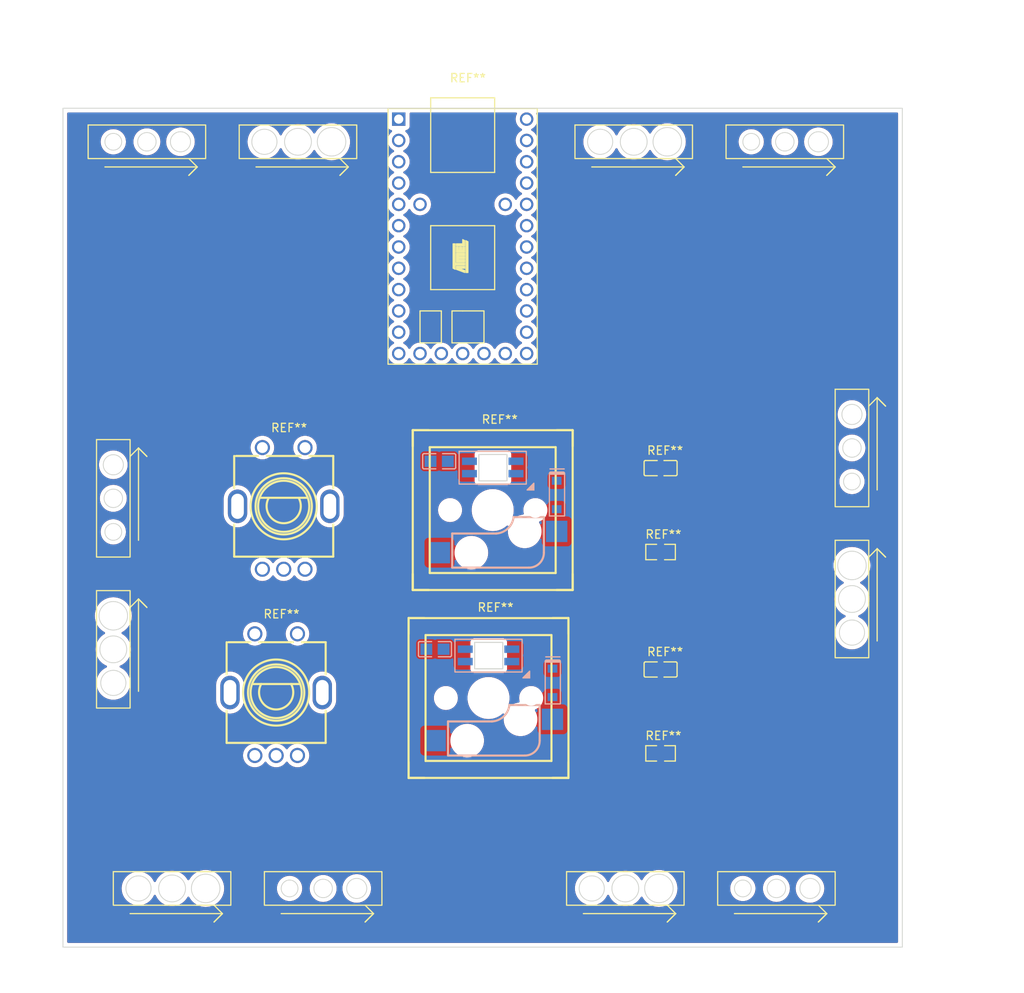
<source format=kicad_pcb>
(kicad_pcb (version 20211014) (generator pcbnew)
  (layers (0 "F.Cu" signal) (31 "B.Cu" signal) (34 "B.Paste" user) (35 "F.Paste" user) (36 "B.SilkS" user "B.Silkscreen") (37 "F.SilkS" user "F.Silkscreen") (38 "B.Mask" user) (39 "F.Mask" user) (44 "Edge.Cuts" user))
  (net 0 "")
  (footprint "kicad_lceda:C0805" (layer "F.Cu") (at 71.2 -33.1)
    (fp_text reference "REF**" (at -1.7 -2.1) (layer "F.SilkS") (effects (justify left)))
    (fp_text value "0805B104J500NT")
    (fp_line (start -1.811 -0.904) (end -0.401 -0.904) (layer "F.SilkS") (width 0.152))
    (fp_line (start 1.964 0.751) (end 1.964 -0.751) (layer "F.SilkS") (width 0.152))
    (fp_line (start 1.811 -0.904) (end 0.401 -0.904) (layer "F.SilkS") (width 0.152))
    (fp_line (start 0.401 0.904) (end 1.811 0.904) (layer "F.SilkS") (width 0.152))
    (fp_line (start -1.964 0.751) (end -1.964 -0.751) (layer "F.SilkS") (width 0.152))
    (fp_line (start -0.401 0.904) (end -1.811 0.904) (layer "F.SilkS") (width 0.152))
    (fp_arc (start 1.964 0.751) (mid 1.919187 0.859187) (end 1.811 0.904) (layer "F.SilkS") (width 0.152))
    (fp_arc (start 1.811 -0.904) (mid 1.919187 -0.859187) (end 1.964 -0.751) (layer "F.SilkS") (width 0.152))
    (fp_arc (start -1.811 0.904) (mid -1.919187 0.859187) (end -1.964 0.751) (layer "F.SilkS") (width 0.152))
    (fp_arc (start -1.964 -0.751) (mid -1.919187 -0.859187) (end -1.811 -0.904) (layer "F.SilkS") (width 0.152))
    (pad "1" smd rect (at -1.03 0) (size 1.41 1.35) (layers "F.Cu" "F.Paste" "F.Mask"))
    (pad "2" smd rect (at 1.03 0) (size 1.41 1.35) (layers "F.Cu" "F.Paste" "F.Mask"))
  )
  (footprint "kicad_lceda:SW-TH_EC11E15244G1" (layer "F.Cu") (at 25.4 -30.1)
    (fp_text reference "REF**" (at -1.6 -9.6) (layer "F.SilkS") (effects (justify left)))
    (fp_text value "EC11E15244G1")
    (fp_line (start -2.794 -1.266) (end 2.794 -1.266) (layer "F.SilkS") (width 0.254))
    (fp_line (start 5.9 1.922) (end 5.9 5.75) (layer "F.SilkS") (width 0.254))
    (fp_line (start -5.9 -2.422) (end -5.9 -6.25) (layer "F.SilkS") (width 0.254))
    (fp_line (start 5.9 -6.25) (end 5.9 -2.422) (layer "F.SilkS") (width 0.254))
    (fp_line (start 5.9 5.75) (end -5.9 5.75) (layer "F.SilkS") (width 0.254))
    (fp_line (start -5.9 5.75) (end -5.9 1.922) (layer "F.SilkS") (width 0.254))
    (fp_line (start -2.014 -6.25) (end 2.014 -6.25) (layer "F.SilkS") (width 0.254))
    (fp_line (start -5.69 -6.25) (end -3.066 -6.25) (layer "F.SilkS") (width 0.254))
    (fp_line (start 3.066 -6.25) (end 5.9 -6.25) (layer "F.SilkS") (width 0.254))
    (fp_arc (start 1.777972 -1.266049) (mid 0.000028 1.764987) (end -1.778 -1.266) (layer "F.SilkS") (width 0.254))
    (fp_circle (center 0 -0.25) (end 3.937 -0.25) (layer "F.SilkS") (width 0.254) (fill none))
    (fp_circle (center 0 -0.25) (end 3.048 -0.25) (layer "F.SilkS") (width 0.254) (fill none))
    (fp_circle (center 0 -0.25) (end 3.353 -0.25) (layer "F.SilkS") (width 0.254) (fill none))
    (pad "6" thru_hole oval (at 5.5 -0.25 90) (size 4 2.3) (drill oval 3 1.5) (layers *.Cu *.Mask))
    (pad "7" thru_hole oval (at -5.5 -0.25 90) (size 4 2.3) (drill oval 3 1.5) (layers *.Cu *.Mask))
    (pad "A" thru_hole circle (at -2.54 7.25) (size 1.8 1.8) (drill 1.3) (layers *.Cu *.Mask))
    (pad "B" thru_hole circle (at 2.54 7.25) (size 1.8 1.8) (drill 1.3) (layers *.Cu *.Mask))
    (pad "C" thru_hole circle (at 0 7.25) (size 1.8 1.8) (drill 1.3) (layers *.Cu *.Mask))
    (pad "D" thru_hole circle (at -2.54 -7.25) (size 1.8 1.8) (drill 1.3) (layers *.Cu *.Mask))
    (pad "E" thru_hole circle (at 2.54 -7.25) (size 1.8 1.8) (drill 1.3) (layers *.Cu *.Mask))
  )
  (footprint "kicad_lceda:R0805" (layer "F.Cu") (at 71.2 -23.1)
    (fp_text reference "REF**" (at -1.9 -2.1) (layer "F.SilkS") (effects (justify left)))
    (fp_text value "RC0805FR-0710KL")
    (fp_line (start 0.476 0.917) (end 1.761 0.917) (layer "F.SilkS") (width 0.152))
    (fp_line (start -0.476 0.917) (end -1.761 0.917) (layer "F.SilkS") (width 0.152))
    (fp_line (start -1.761 0.917) (end -1.761 -0.917) (layer "F.SilkS") (width 0.152))
    (fp_line (start -1.761 -0.917) (end -0.476 -0.917) (layer "F.SilkS") (width 0.152))
    (fp_line (start 1.761 0.917) (end 1.761 -0.917) (layer "F.SilkS") (width 0.152))
    (fp_line (start 1.761 -0.917) (end 0.476 -0.917) (layer "F.SilkS") (width 0.152))
    (pad "1" smd rect (at -0.966 0) (size 1.133 1.377) (layers "F.Cu" "F.Paste" "F.Mask"))
    (pad "2" smd rect (at 0.966 0) (size 1.133 1.377) (layers "F.Cu" "F.Paste" "F.Mask"))
  )
  (footprint "kicad_lceda:R0805" (layer "F.Cu") (at 71.2 -47.1)
    (fp_text reference "REF**" (at -1.9 -2.1) (layer "F.SilkS") (effects (justify left)))
    (fp_text value "RC0805FR-0710KL")
    (fp_line (start -1.761 0.917) (end -1.761 -0.917) (layer "F.SilkS") (width 0.152))
    (fp_line (start 0.476 0.917) (end 1.761 0.917) (layer "F.SilkS") (width 0.152))
    (fp_line (start 1.761 -0.917) (end 0.476 -0.917) (layer "F.SilkS") (width 0.152))
    (fp_line (start -0.476 0.917) (end -1.761 0.917) (layer "F.SilkS") (width 0.152))
    (fp_line (start -1.761 -0.917) (end -0.476 -0.917) (layer "F.SilkS") (width 0.152))
    (fp_line (start 1.761 0.917) (end 1.761 -0.917) (layer "F.SilkS") (width 0.152))
    (pad "1" smd rect (at -0.966 0) (size 1.133 1.377) (layers "F.Cu" "F.Paste" "F.Mask"))
    (pad "2" smd rect (at 0.966 0) (size 1.133 1.377) (layers "F.Cu" "F.Paste" "F.Mask"))
  )
  (footprint "kicad_lceda:TEENSY2.0(31pin)" (layer "F.Cu") (at 40 -98.7)
    (fp_text reference "REF**" (at 6 -4.9) (layer "F.SilkS") (effects (justify left)))
    (fp_text value "Teensy2.0")
    (fp_line (start 6.35 22.86) (end 6.35 26.67) (layer "F.SilkS") (width 0.15))
    (fp_line (start 11.43 12.7) (end 3.81 12.7) (layer "F.SilkS") (width 0.15))
    (fp_line (start 11.43 6.35) (end 3.81 6.35) (layer "F.SilkS") (width 0.15))
    (fp_line (start 11.43 -2.54) (end 11.43 6.35) (layer "F.SilkS") (width 0.15))
    (fp_line (start 5.08 26.67) (end 5.08 22.86) (layer "F.SilkS") (width 0.15))
    (fp_line (start 2.54 26.67) (end 5.08 26.67) (layer "F.SilkS") (width 0.15))
    (fp_line (start 16.51 29.21) (end -1.27 29.21) (layer "F.SilkS") (width 0.15))
    (fp_line (start 3.81 6.35) (end 3.81 -2.54) (layer "F.SilkS") (width 0.15))
    (fp_line (start 3.81 -2.54) (end 11.43 -2.54) (layer "F.SilkS") (width 0.15))
    (fp_line (start 6.35 26.67) (end 10.16 26.67) (layer "F.SilkS") (width 0.15))
    (fp_line (start -1.27 29.21) (end -1.27 -1.27) (layer "F.SilkS") (width 0.15))
    (fp_line (start 3.81 20.32) (end 11.43 20.32) (layer "F.SilkS") (width 0.15))
    (fp_line (start 11.43 20.32) (end 11.43 12.7) (layer "F.SilkS") (width 0.15))
    (fp_line (start 3.81 12.7) (end 3.81 20.32) (layer "F.SilkS") (width 0.15))
    (fp_line (start 5.08 22.86) (end 2.54 22.86) (layer "F.SilkS") (width 0.15))
    (fp_line (start -1.27 -1.27) (end 16.51 -1.27) (layer "F.SilkS") (width 0.15))
    (fp_line (start 16.51 -1.27) (end 16.51 29.21) (layer "F.SilkS") (width 0.15))
    (fp_line (start 2.54 22.86) (end 2.54 26.67) (layer "F.SilkS") (width 0.15))
    (fp_line (start 10.16 26.67) (end 10.16 22.86) (layer "F.SilkS") (width 0.15))
    (fp_line (start 10.16 22.86) (end 7.62 22.86) (layer "F.SilkS") (width 0.15))
    (fp_line (start 7.62 22.86) (end 6.35 22.86) (layer "F.SilkS") (width 0.15))
    (fp_poly (pts (xy 6.858 15.875) (xy 6.858 15.24) (xy 7.112 15.24) (xy 7.112 15.621) (xy 7.239 15.621) (xy 7.239 15.24) (xy 7.493 15.24) (xy 7.493 15.621) (xy 7.62 15.621) (xy 7.62 15.24) (xy 7.874 15.24) (xy 7.874 15.875)) (layer "F.SilkS") (width 0.12) (fill solid))
    (fp_poly (pts (xy 7.874 16.002) (xy 6.858 16.002) (xy 6.858 17.018) (xy 7.874 17.018) (xy 7.874 16.764) (xy 7.112 16.764) (xy 7.112 16.637) (xy 7.874 16.637) (xy 7.874 16.383) (xy 7.112 16.383) (xy 7.112 16.256) (xy 7.874 16.256)) (layer "F.SilkS") (width 0.12) (fill solid))
    (fp_poly (pts (xy 8.001 18.288) (xy 8.001 14.478) (xy 8.255 14.605) (xy 8.255 18.288)) (layer "F.SilkS") (width 0.12) (fill solid))
    (fp_poly (pts (xy 6.731 14.859) (xy 6.731 17.145) (xy 7.874 17.145) (xy 7.874 17.399) (xy 6.731 17.399) (xy 6.731 17.907) (xy 6.477 17.78) (xy 6.477 14.859)) (layer "F.SilkS") (width 0.12) (fill solid))
    (fp_poly (pts (xy 7.874 17.526) (xy 6.858 17.526) (xy 6.858 17.907) (xy 7.874 18.288) (xy 7.874 18.034) (xy 7.112 17.78) (xy 7.874 17.78)) (layer "F.SilkS") (width 0.12) (fill solid))
    (fp_poly (pts (xy 6.858 15.113) (xy 7.874 15.113) (xy 7.874 14.478) (xy 7.62 14.351) (xy 7.62 14.859) (xy 6.858 14.859)) (layer "F.SilkS") (width 0.12) (fill solid))
    (pad "1" thru_hole rect (at 0 0 270) (size 1.6 1.6) (drill oval 1.1) (layers *.Cu *.Mask))
    (pad "2" thru_hole circle (at 0 2.54 270) (size 1.6 1.6) (drill oval 1.1) (layers *.Cu *.Mask))
    (pad "3" thru_hole circle (at 0 5.08 270) (size 1.6 1.6) (drill oval 1.1) (layers *.Cu *.Mask))
    (pad "4" thru_hole circle (at 0 7.62 270) (size 1.6 1.6) (drill oval 1.1) (layers *.Cu *.Mask))
    (pad "5" thru_hole circle (at 0 10.16 270) (size 1.6 1.6) (drill oval 1.1) (layers *.Cu *.Mask))
    (pad "6" thru_hole circle (at 0 12.7 270) (size 1.6 1.6) (drill oval 1.1) (layers *.Cu *.Mask))
    (pad "7" thru_hole circle (at 0 15.24 270) (size 1.6 1.6) (drill oval 1.1) (layers *.Cu *.Mask))
    (pad "8" thru_hole circle (at 0 17.78 270) (size 1.6 1.6) (drill oval 1.1) (layers *.Cu *.Mask))
    (pad "9" thru_hole circle (at 0 20.32 270) (size 1.6 1.6) (drill oval 1.1) (layers *.Cu *.Mask))
    (pad "10" thru_hole circle (at 0 22.86 270) (size 1.6 1.6) (drill oval 1.1) (layers *.Cu *.Mask))
    (pad "11" thru_hole circle (at 0 25.4 270) (size 1.6 1.6) (drill oval 1.1) (layers *.Cu *.Mask))
    (pad "12" thru_hole circle (at 0 27.94 270) (size 1.6 1.6) (drill oval 1.1) (layers *.Cu *.Mask))
    (pad "13" thru_hole circle (at 2.54 27.94 270) (size 1.6 1.6) (drill oval 1.1) (layers *.Cu *.Mask))
    (pad "14" thru_hole circle (at 5.08 27.94 270) (size 1.6 1.6) (drill oval 1.1) (layers *.Cu *.Mask))
    (pad "15" thru_hole circle (at 7.62 27.94 270) (size 1.6 1.6) (drill oval 1.1) (layers *.Cu *.Mask))
    (pad "16" thru_hole circle (at 10.16 27.94 270) (size 1.6 1.6) (drill oval 1.1) (layers *.Cu *.Mask))
    (pad "17" thru_hole circle (at 12.7 27.94 270) (size 1.6 1.6) (drill oval 1.1) (layers *.Cu *.Mask))
    (pad "18" thru_hole circle (at 15.24 27.94 270) (size 1.6 1.6) (drill oval 1.1) (layers *.Cu *.Mask))
    (pad "19" thru_hole circle (at 15.24 25.4 270) (size 1.6 1.6) (drill oval 1.1) (layers *.Cu *.Mask))
    (pad "20" thru_hole circle (at 15.24 22.86 270) (size 1.6 1.6) (drill oval 1.1) (layers *.Cu *.Mask))
    (pad "21" thru_hole circle (at 15.24 20.32 270) (size 1.6 1.6) (drill oval 1.1) (layers *.Cu *.Mask))
    (pad "22" thru_hole circle (at 15.24 17.78 270) (size 1.6 1.6) (drill oval 1.1) (layers *.Cu *.Mask))
    (pad "23" thru_hole circle (at 15.24 15.24 270) (size 1.6 1.6) (drill oval 1.1) (layers *.Cu *.Mask))
    (pad "24" thru_hole circle (at 15.24 12.7 270) (size 1.6 1.6) (drill oval 1.1) (layers *.Cu *.Mask))
    (pad "25" thru_hole circle (at 15.24 10.16 270) (size 1.6 1.6) (drill oval 1.1) (layers *.Cu *.Mask))
    (pad "26" thru_hole circle (at 15.24 7.62 270) (size 1.6 1.6) (drill oval 1.1) (layers *.Cu *.Mask))
    (pad "27" thru_hole circle (at 15.24 5.08 270) (size 1.6 1.6) (drill oval 1.1) (layers *.Cu *.Mask))
    (pad "28" thru_hole circle (at 15.24 2.54 270) (size 1.6 1.6) (drill oval 1.1) (layers *.Cu *.Mask))
    (pad "29" thru_hole circle (at 15.24 0 270) (size 1.6 1.6) (drill oval 1.1) (layers *.Cu *.Mask))
    (pad "30" thru_hole circle (at 2.54 10.16 270) (size 1.6 1.6) (drill oval 1.1) (layers *.Cu *.Mask))
    (pad "31" thru_hole circle (at 12.7 10.16 270) (size 1.6 1.6) (drill oval 1.1) (layers *.Cu *.Mask))
  )
  (footprint "kicad_lceda:SW-TH_EC11E15244G1" (layer "F.Cu") (at 26.3 -52.3)
    (fp_text reference "REF**" (at -1.6 -9.6) (layer "F.SilkS") (effects (justify left)))
    (fp_text value "EC11E15244G1")
    (fp_line (start -5.69 -6.25) (end -3.066 -6.25) (layer "F.SilkS") (width 0.254))
    (fp_line (start -2.014 -6.25) (end 2.014 -6.25) (layer "F.SilkS") (width 0.254))
    (fp_line (start 5.9 5.75) (end -5.9 5.75) (layer "F.SilkS") (width 0.254))
    (fp_line (start -2.794 -1.266) (end 2.794 -1.266) (layer "F.SilkS") (width 0.254))
    (fp_line (start 5.9 1.922) (end 5.9 5.75) (layer "F.SilkS") (width 0.254))
    (fp_line (start 5.9 -6.25) (end 5.9 -2.422) (layer "F.SilkS") (width 0.254))
    (fp_line (start -5.9 5.75) (end -5.9 1.922) (layer "F.SilkS") (width 0.254))
    (fp_line (start -5.9 -2.422) (end -5.9 -6.25) (layer "F.SilkS") (width 0.254))
    (fp_line (start 3.066 -6.25) (end 5.9 -6.25) (layer "F.SilkS") (width 0.254))
    (fp_arc (start 1.777972 -1.266049) (mid 0.000028 1.764987) (end -1.778 -1.266) (layer "F.SilkS") (width 0.254))
    (fp_circle (center 0 -0.25) (end 3.048 -0.25) (layer "F.SilkS") (width 0.254) (fill none))
    (fp_circle (center 0 -0.25) (end 3.937 -0.25) (layer "F.SilkS") (width 0.254) (fill none))
    (fp_circle (center 0 -0.25) (end 3.353 -0.25) (layer "F.SilkS") (width 0.254) (fill none))
    (pad "6" thru_hole oval (at 5.5 -0.25 90) (size 4 2.3) (drill oval 3 1.5) (layers *.Cu *.Mask))
    (pad "7" thru_hole oval (at -5.5 -0.25 90) (size 4 2.3) (drill oval 3 1.5) (layers *.Cu *.Mask))
    (pad "A" thru_hole circle (at -2.54 7.25) (size 1.8 1.8) (drill 1.3) (layers *.Cu *.Mask))
    (pad "B" thru_hole circle (at 2.54 7.25) (size 1.8 1.8) (drill 1.3) (layers *.Cu *.Mask))
    (pad "C" thru_hole circle (at 0 7.25) (size 1.8 1.8) (drill 1.3) (layers *.Cu *.Mask))
    (pad "D" thru_hole circle (at -2.54 -7.25) (size 1.8 1.8) (drill 1.3) (layers *.Cu *.Mask))
    (pad "E" thru_hole circle (at 2.54 -7.25) (size 1.8 1.8) (drill 1.3) (layers *.Cu *.Mask))
  )
  (footprint "kicad_lceda:机械键盘全能缝合怪" (layer "F.Cu") (at 51.2 -52.1)
    (fp_text reference "REF**" (at -1.4 -10.8) (layer "F.SilkS") (effects (justify left)))
    (fp_text value "机械键盘轴座全能缝合怪")
    (fp_line (start -6.781 -4.915) (end -8.191 -4.915) (layer "B.SilkS") (width 0.152))
    (fp_line (start 4.318 6.858) (end -4.826 6.858) (layer "B.SilkS") (width 0.254))
    (fp_line (start 2.489 0.838) (end 6.096 0.838) (layer "B.SilkS") (width 0.254))
    (fp_line (start -8.344 -5.068) (end -8.344 -6.57) (layer "B.SilkS") (width 0.152))
    (fp_line (start 6.82 -4.903) (end 8.52 -4.903) (layer "B.SilkS") (width 0.152))
    (fp_line (start 6.096 0.838) (end 6.096 5.08) (layer "B.SilkS") (width 0.254))
    (fp_line (start 6.9 -4.403) (end 8.42 -4.403) (layer "B.SilkS") (width 0.4))
    (fp_line (start -4.826 2.794) (end 0.406 2.794) (layer "B.SilkS") (width 0.254))
    (fp_line (start -5.979 -4.915) (end -4.569 -4.915) (layer "B.SilkS") (width 0.152))
    (fp_line (start -4.569 -6.723) (end -5.979 -6.723) (layer "B.SilkS") (width 0.152))
    (fp_line (start -4.416 -5.068) (end -4.416 -6.57) (layer "B.SilkS") (width 0.152))
    (fp_line (start -8.191 -6.723) (end -6.781 -6.723) (layer "B.SilkS") (width 0.152))
    (fp_line (start -4.826 2.794) (end -4.826 6.858) (layer "B.SilkS") (width 0.254))
    (fp_rect (start 6.754 0.703) (end 8.562 -4.403) (layer "B.SilkS") (width 0.152) (fill none))
    (fp_rect (start -4 -7) (end 4 -3.1) (layer "B.SilkS") (width 0.152) (fill none))
    (fp_arc (start -4.569 -6.723) (mid -4.460813 -6.678187) (end -4.416 -6.57) (layer "B.SilkS") (width 0.152))
    (fp_arc (start 6.096 5.08) (mid 5.578362 6.339802) (end 4.318792 6.858004) (layer "B.SilkS") (width 0.254))
    (fp_arc (start -4.416 -5.068) (mid -4.460813 -4.959813) (end -4.569 -4.915) (layer "B.SilkS") (width 0.152))
    (fp_arc (start 2.489 0.838) (mid 1.804513 2.195515) (end 0.406527 2.793013) (layer "B.SilkS") (width 0.254))
    (fp_arc (start -8.191 -4.915) (mid -8.299187 -4.959813) (end -8.344 -5.068) (layer "B.SilkS") (width 0.152))
    (fp_arc (start -8.344 -6.57) (mid -8.299187 -6.678187) (end -8.191 -6.723) (layer "B.SilkS") (width 0.152))
    (fp_poly (pts (xy 4.9 -2.4) (xy 4.1 -2.4) (xy 4.9 -3.2)) (layer "B.SilkS") (width 0.152) (fill solid))
    (fp_line (start -7.5 7.5) (end -7.5 -7.5) (layer "F.SilkS") (width 0.254))
    (fp_line (start -7.5 7.5) (end 7.5 7.5) (layer "F.SilkS") (width 0.254))
    (fp_line (start -9.525 9.525) (end -9.525 -9.525) (layer "F.SilkS") (width 0.254))
    (fp_line (start 9.525 9.525) (end -9.525 9.525) (layer "F.SilkS") (width 0.254))
    (fp_line (start -9.525 9.525) (end -9.525 7.62) (layer "F.SilkS") (width 0.254))
    (fp_line (start -9.525 -9.525) (end -7.62 -9.525) (layer "F.SilkS") (width 0.254))
    (fp_line (start 9.525 -9.525) (end 9.525 -7.62) (layer "F.SilkS") (width 0.254))
    (fp_line (start -9.525 -9.525) (end 9.525 -9.525) (layer "F.SilkS") (width 0.254))
    (fp_line (start -7.5 -7.5) (end 7.5 -7.5) (layer "F.SilkS") (width 0.254))
    (fp_line (start -9.525 -7.62) (end -9.525 -9.525) (layer "F.SilkS") (width 0.254))
    (fp_line (start 9.525 9.525) (end 7.62 9.525) (layer "F.SilkS") (width 0.254))
    (fp_line (start 9.525 7.62) (end 9.525 9.525) (layer "F.SilkS") (width 0.254))
    (fp_line (start 7.5 7.5) (end 7.5 -7.5) (layer "F.SilkS") (width 0.254))
    (fp_line (start 7.62 -9.525) (end 9.525 -9.525) (layer "F.SilkS") (width 0.254))
    (fp_line (start -7.62 9.525) (end -9.525 9.525) (layer "F.SilkS") (width 0.254))
    (fp_line (start 9.525 -9.525) (end 9.525 9.525) (layer "F.SilkS") (width 0.254))
    (fp_rect (start -1.65 -6.63) (end 1.7 -3.48) (layer "Edge.Cuts") (width 0.12) (fill none))
    (pad "" np_thru_hole circle (at -2.54 5.08) (size 3 3) (drill 3) (layers *.Cu *.Mask))
    (pad "" np_thru_hole circle (at 5.08 0) (size 1.85 1.85) (drill 1.85) (layers *.Cu *.Mask))
    (pad "" np_thru_hole circle (at 3.81 2.54) (size 3 3) (drill 3) (layers *.Cu *.Mask))
    (pad "" np_thru_hole circle (at -5.08 0) (size 1.85 1.85) (drill 1.85) (layers *.Cu *.Mask))
    (pad "" np_thru_hole circle (at 0 0) (size 4 4) (drill 4) (layers *.Cu *.Mask))
    (pad "1" smd rect (at -2.771 -5.819) (size 1.778 0.889) (layers "B.Cu" "B.Paste" "B.Mask"))
    (pad "1" smd rect (at -5.35 -5.819) (size 1.41 1.35) (layers "B.Cu" "B.Paste" "B.Mask"))
    (pad "2" smd rect (at -2.771 -4.341) (size 1.778 0.889) (layers "B.Cu" "B.Paste" "B.Mask"))
    (pad "3" smd rect (at -6.35 5.08) (size 2.54 2.54) (layers "B.Cu" "B.Paste" "B.Mask"))
    (pad "4" smd rect (at 7.62 -3.495 90) (size 0.95 1.15) (layers "B.Cu" "B.Paste" "B.Mask"))
    (pad "5" smd rect (at 2.771 -4.341) (size 1.778 0.889) (layers "B.Cu" "B.Paste" "B.Mask"))
    (pad "5" smd rect (at -7.41 -5.819) (size 1.41 1.35) (layers "B.Cu" "B.Paste" "B.Mask"))
    (pad "6" smd rect (at 2.771 -5.819) (size 1.778 0.889) (layers "B.Cu" "B.Paste" "B.Mask"))
    (pad "7" smd rect (at 7.62 2.54) (size 2.54 2.54) (layers "B.Cu" "B.Paste" "B.Mask"))
    (pad "7" smd rect (at 7.62 -0.111 90) (size 0.95 1.15) (layers "B.Cu" "B.Paste" "B.Mask"))
  )
  (footprint "kicad_lceda:机械键盘全能缝合怪" (layer "F.Cu") (at 50.7 -29.7)
    (fp_text reference "REF**" (at -1.4 -10.8) (layer "F.SilkS") (effects (justify left)))
    (fp_text value "机械键盘轴座全能缝合怪")
    (fp_line (start 6.82 -4.903) (end 8.52 -4.903) (layer "B.SilkS") (width 0.152))
    (fp_line (start -4.416 -5.068) (end -4.416 -6.57) (layer "B.SilkS") (width 0.152))
    (fp_line (start -5.979 -4.915) (end -4.569 -4.915) (layer "B.SilkS") (width 0.152))
    (fp_line (start -4.569 -6.723) (end -5.979 -6.723) (layer "B.SilkS") (width 0.152))
    (fp_line (start 4.318 6.858) (end -4.826 6.858) (layer "B.SilkS") (width 0.254))
    (fp_line (start -4.826 2.794) (end 0.406 2.794) (layer "B.SilkS") (width 0.254))
    (fp_line (start -8.191 -6.723) (end -6.781 -6.723) (layer "B.SilkS") (width 0.152))
    (fp_line (start -8.344 -5.068) (end -8.344 -6.57) (layer "B.SilkS") (width 0.152))
    (fp_line (start 2.489 0.838) (end 6.096 0.838) (layer "B.SilkS") (width 0.254))
    (fp_line (start -6.781 -4.915) (end -8.191 -4.915) (layer "B.SilkS") (width 0.152))
    (fp_line (start -4.826 2.794) (end -4.826 6.858) (layer "B.SilkS") (width 0.254))
    (fp_line (start 6.096 0.838) (end 6.096 5.08) (layer "B.SilkS") (width 0.254))
    (fp_line (start 6.9 -4.403) (end 8.42 -4.403) (layer "B.SilkS") (width 0.4))
    (fp_rect (start -4 -7) (end 4 -3.1) (layer "B.SilkS") (width 0.152) (fill none))
    (fp_rect (start 6.754 0.703) (end 8.562 -4.403) (layer "B.SilkS") (width 0.152) (fill none))
    (fp_arc (start 2.489 0.838) (mid 1.804513 2.195515) (end 0.406527 2.793013) (layer "B.SilkS") (width 0.254))
    (fp_arc (start 6.096 5.08) (mid 5.578362 6.339802) (end 4.318792 6.858004) (layer "B.SilkS") (width 0.254))
    (fp_arc (start -4.416 -5.068) (mid -4.460813 -4.959813) (end -4.569 -4.915) (layer "B.SilkS") (width 0.152))
    (fp_arc (start -4.569 -6.723) (mid -4.460813 -6.678187) (end -4.416 -6.57) (layer "B.SilkS") (width 0.152))
    (fp_arc (start -8.344 -6.57) (mid -8.299187 -6.678187) (end -8.191 -6.723) (layer "B.SilkS") (width 0.152))
    (fp_arc (start -8.191 -4.915) (mid -8.299187 -4.959813) (end -8.344 -5.068) (layer "B.SilkS") (width 0.152))
    (fp_poly (pts (xy 4.9 -2.4) (xy 4.1 -2.4) (xy 4.9 -3.2)) (layer "B.SilkS") (width 0.152) (fill solid))
    (fp_line (start 9.525 9.525) (end 7.62 9.525) (layer "F.SilkS") (width 0.254))
    (fp_line (start -7.5 7.5) (end -7.5 -7.5) (layer "F.SilkS") (width 0.254))
    (fp_line (start 7.5 7.5) (end 7.5 -7.5) (layer "F.SilkS") (width 0.254))
    (fp_line (start 9.525 -9.525) (end 9.525 -7.62) (layer "F.SilkS") (width 0.254))
    (fp_line (start 7.62 -9.525) (end 9.525 -9.525) (layer "F.SilkS") (width 0.254))
    (fp_line (start -7.5 7.5) (end 7.5 7.5) (layer "F.SilkS") (width 0.254))
    (fp_line (start 9.525 7.62) (end 9.525 9.525) (layer "F.SilkS") (width 0.254))
    (fp_line (start -9.525 9.525) (end -9.525 7.62) (layer "F.SilkS") (width 0.254))
    (fp_line (start 9.525 9.525) (end -9.525 9.525) (layer "F.SilkS") (width 0.254))
    (fp_line (start -7.62 9.525) (end -9.525 9.525) (layer "F.SilkS") (width 0.254))
    (fp_line (start -9.525 -9.525) (end -7.62 -9.525) (layer "F.SilkS") (width 0.254))
    (fp_line (start -9.525 -7.62) (end -9.525 -9.525) (layer "F.SilkS") (width 0.254))
    (fp_line (start -9.525 -9.525) (end 9.525 -9.525) (layer "F.SilkS") (width 0.254))
    (fp_line (start -7.5 -7.5) (end 7.5 -7.5) (layer "F.SilkS") (width 0.254))
    (fp_line (start -9.525 9.525) (end -9.525 -9.525) (layer "F.SilkS") (width 0.254))
    (fp_line (start 9.525 -9.525) (end 9.525 9.525) (layer "F.SilkS") (width 0.254))
    (fp_rect (start -1.65 -6.63) (end 1.7 -3.48) (layer "Edge.Cuts") (width 0.12) (fill none))
    (pad "" np_thru_hole circle (at 0 0) (size 4 4) (drill 4) (layers *.Cu *.Mask))
    (pad "" np_thru_hole circle (at -2.54 5.08) (size 3 3) (drill 3) (layers *.Cu *.Mask))
    (pad "" np_thru_hole circle (at -5.08 0) (size 1.85 1.85) (drill 1.85) (layers *.Cu *.Mask))
    (pad "" np_thru_hole circle (at 3.81 2.54) (size 3 3) (drill 3) (layers *.Cu *.Mask))
    (pad "" np_thru_hole circle (at 5.08 0) (size 1.85 1.85) (drill 1.85) (layers *.Cu *.Mask))
    (pad "1" smd rect (at -5.35 -5.819) (size 1.41 1.35) (layers "B.Cu" "B.Paste" "B.Mask"))
    (pad "1" smd rect (at -2.771 -5.819) (size 1.778 0.889) (layers "B.Cu" "B.Paste" "B.Mask"))
    (pad "2" smd rect (at -2.771 -4.341) (size 1.778 0.889) (layers "B.Cu" "B.Paste" "B.Mask"))
    (pad "3" smd rect (at -6.35 5.08) (size 2.54 2.54) (layers "B.Cu" "B.Paste" "B.Mask"))
    (pad "4" smd rect (at 7.62 -3.495 90) (size 0.95 1.15) (layers "B.Cu" "B.Paste" "B.Mask"))
    (pad "5" smd rect (at 2.771 -4.341) (size 1.778 0.889) (layers "B.Cu" "B.Paste" "B.Mask"))
    (pad "5" smd rect (at -7.41 -5.819) (size 1.41 1.35) (layers "B.Cu" "B.Paste" "B.Mask"))
    (pad "6" smd rect (at 2.771 -5.819) (size 1.778 0.889) (layers "B.Cu" "B.Paste" "B.Mask"))
    (pad "7" smd rect (at 7.62 2.54) (size 2.54 2.54) (layers "B.Cu" "B.Paste" "B.Mask"))
    (pad "7" smd rect (at 7.62 -0.111 90) (size 0.95 1.15) (layers "B.Cu" "B.Paste" "B.Mask"))
  )
  (footprint "kicad_lceda:C0805" (layer "F.Cu") (at 71.2 -57.1)
    (fp_text reference "REF**" (at -1.7 -2.1) (layer "F.SilkS") (effects (justify left)))
    (fp_text value "0805B104J500NT")
    (fp_line (start 0.401 0.904) (end 1.811 0.904) (layer "F.SilkS") (width 0.152))
    (fp_line (start 1.964 0.751) (end 1.964 -0.751) (layer "F.SilkS") (width 0.152))
    (fp_line (start -1.811 -0.904) (end -0.401 -0.904) (layer "F.SilkS") (width 0.152))
    (fp_line (start 1.811 -0.904) (end 0.401 -0.904) (layer "F.SilkS") (width 0.152))
    (fp_line (start -1.964 0.751) (end -1.964 -0.751) (layer "F.SilkS") (width 0.152))
    (fp_line (start -0.401 0.904) (end -1.811 0.904) (layer "F.SilkS") (width 0.152))
    (fp_arc (start 1.811 -0.904) (mid 1.919187 -0.859187) (end 1.964 -0.751) (layer "F.SilkS") (width 0.152))
    (fp_arc (start 1.964 0.751) (mid 1.919187 0.859187) (end 1.811 0.904) (layer "F.SilkS") (width 0.152))
    (fp_arc (start -1.964 -0.751) (mid -1.919187 -0.859187) (end -1.811 -0.904) (layer "F.SilkS") (width 0.152))
    (fp_arc (start -1.811 0.904) (mid -1.919187 0.859187) (end -1.964 0.751) (layer "F.SilkS") (width 0.152))
    (pad "1" smd rect (at -1.03 0) (size 1.41 1.35) (layers "F.Cu" "F.Paste" "F.Mask"))
    (pad "2" smd rect (at 1.03 0) (size 1.41 1.35) (layers "F.Cu" "F.Paste" "F.Mask"))
  )
  (gr_line (start 92 -93) (end 91 -92) (layer "F.SilkS") (width 0.15))
  (gr_line (start 98 -46.5) (end 97 -47.5) (layer "F.SilkS") (width 0.15))
  (gr_line (start 72 -3) (end 73 -4) (layer "F.SilkS") (width 0.15))
  (gr_line (start 18 -3) (end 19 -4) (layer "F.SilkS") (width 0.15))
  (gr_rect (start 24 -9) (end 38 -5) (layer "F.SilkS") (width 0.15) (fill none))
  (gr_line (start 73 -92) (end 74 -93) (layer "F.SilkS") (width 0.15))
  (gr_line (start 9 -41.5) (end 10 -40.5) (layer "F.SilkS") (width 0.15))
  (gr_line (start 9 -30.5) (end 9 -41.5) (layer "F.SilkS") (width 0.15))
  (gr_line (start 9 -59.5) (end 10 -58.5) (layer "F.SilkS") (width 0.15))
  (gr_rect (start 4 -46.5) (end 8 -60.5) (layer "F.SilkS") (width 0.15) (fill none))
  (gr_line (start 23 -93) (end 34 -93) (layer "F.SilkS") (width 0.15))
  (gr_line (start 97 -65.5) (end 96 -64.5) (layer "F.SilkS") (width 0.15))
  (gr_rect (start 4 -28.5) (end 8 -42.5) (layer "F.SilkS") (width 0.15) (fill none))
  (gr_rect (start 78 -9) (end 92 -5) (layer "F.SilkS") (width 0.15) (fill none))
  (gr_line (start 26 -4) (end 37 -4) (layer "F.SilkS") (width 0.15))
  (gr_line (start 9 -48.5) (end 9 -59.5) (layer "F.SilkS") (width 0.15))
  (gr_line (start 73 -4) (end 72 -3) (layer "F.SilkS") (width 0.15))
  (gr_line (start 63 -93) (end 74 -93) (layer "F.SilkS") (width 0.15))
  (gr_rect (start 3 -98) (end 17 -94) (layer "F.SilkS") (width 0.15) (fill none))
  (gr_line (start 36 -3) (end 37 -4) (layer "F.SilkS") (width 0.15))
  (gr_line (start 97 -54.5) (end 97 -65.5) (layer "F.SilkS") (width 0.15))
  (gr_rect (start 61 -98) (end 75 -94) (layer "F.SilkS") (width 0.15) (fill none))
  (gr_line (start 62 -4) (end 73 -4) (layer "F.SilkS") (width 0.15))
  (gr_line (start 37 -4) (end 36 -3) (layer "F.SilkS") (width 0.15))
  (gr_rect (start 79 -98) (end 93 -94) (layer "F.SilkS") (width 0.15) (fill none))
  (gr_line (start 10 -40.5) (end 9 -41.5) (layer "F.SilkS") (width 0.15))
  (gr_line (start 90 -3) (end 91 -4) (layer "F.SilkS") (width 0.15))
  (gr_line (start 91 -4) (end 90 -5) (layer "F.SilkS") (width 0.15))
  (gr_line (start 34 -93) (end 33 -94) (layer "F.SilkS") (width 0.15))
  (gr_line (start 97 -47.5) (end 98 -46.5) (layer "F.SilkS") (width 0.15))
  (gr_line (start 16 -93) (end 15 -94) (layer "F.SilkS") (width 0.15))
  (gr_line (start 97 -65.5) (end 98 -64.5) (layer "F.SilkS") (width 0.15))
  (gr_rect (start 92 -52.5) (end 96 -66.5) (layer "F.SilkS") (width 0.15) (fill none))
  (gr_line (start 33 -92) (end 34 -93) (layer "F.SilkS") (width 0.15))
  (gr_line (start 19 -4) (end 18 -3) (layer "F.SilkS") (width 0.15))
  (gr_rect (start 21 -98) (end 35 -94) (layer "F.SilkS") (width 0.15) (fill none))
  (gr_line (start 9 -41.5) (end 8 -40.5) (layer "F.SilkS") (width 0.15))
  (gr_line (start 91 -92) (end 92 -93) (layer "F.SilkS") (width 0.15))
  (gr_line (start 5 -93) (end 16 -93) (layer "F.SilkS") (width 0.15))
  (gr_line (start 19 -4) (end 18 -5) (layer "F.SilkS") (width 0.15))
  (gr_line (start 92 -93) (end 91 -94) (layer "F.SilkS") (width 0.15))
  (gr_line (start 97 -36.5) (end 97 -47.5) (layer "F.SilkS") (width 0.15))
  (gr_rect (start 60 -9) (end 74 -5) (layer "F.SilkS") (width 0.15) (fill none))
  (gr_line (start 15 -92) (end 16 -93) (layer "F.SilkS") (width 0.15))
  (gr_line (start 10 -58.5) (end 9 -59.5) (layer "F.SilkS") (width 0.15))
  (gr_line (start 91 -4) (end 90 -3) (layer "F.SilkS") (width 0.15))
  (gr_line (start 74 -93) (end 73 -94) (layer "F.SilkS") (width 0.15))
  (gr_line (start 37 -4) (end 36 -5) (layer "F.SilkS") (width 0.15))
  (gr_line (start 34 -93) (end 33 -92) (layer "F.SilkS") (width 0.15))
  (gr_line (start 80 -4) (end 91 -4) (layer "F.SilkS") (width 0.15))
  (gr_line (start 97 -47.5) (end 96 -46.5) (layer "F.SilkS") (width 0.15))
  (gr_line (start 81 -93) (end 92 -93) (layer "F.SilkS") (width 0.15))
  (gr_line (start 8 -4) (end 19 -4) (layer "F.SilkS") (width 0.15))
  (gr_line (start 73 -4) (end 72 -5) (layer "F.SilkS") (width 0.15))
  (gr_line (start 16 -93) (end 15 -92) (layer "F.SilkS") (width 0.15))
  (gr_line (start 74 -93) (end 73 -92) (layer "F.SilkS") (width 0.15))
  (gr_rect (start 6 -9) (end 20 -5) (layer "F.SilkS") (width 0.15) (fill none))
  (gr_line (start 9 -59.5) (end 8 -58.5) (layer "F.SilkS") (width 0.15))
  (gr_line (start 98 -64.5) (end 97 -65.5) (layer "F.SilkS") (width 0.15))
  (gr_rect (start 92 -34.5) (end 96 -48.5) (layer "F.SilkS") (width 0.15) (fill none))
  (gr_circle (center 35 -7) (end 36.2 -7) (layer "Edge.Cuts") (width 0.1) (fill none))
  (gr_circle (center 89 -7) (end 90.2 -7) (layer "Edge.Cuts") (width 0.1) (fill none))
  (gr_circle (center 64 -96) (end 65.5 -96) (layer "Edge.Cuts") (width 0.1) (fill none))
  (gr_circle (center 94 -41.5) (end 94 -43.1) (layer "Edge.Cuts") (width 0.1) (fill none))
  (gr_circle (center 24 -96) (end 25.5 -96) (layer "Edge.Cuts") (width 0.1) (fill none))
  (gr_circle (center 28 -96) (end 29.6 -96) (layer "Edge.Cuts") (width 0.1) (fill none))
  (gr_circle (center 90 -96) (end 91.2 -96) (layer "Edge.Cuts") (width 0.1) (fill none))
  (gr_circle (center 6 -39.5) (end 6 -41.2) (layer "Edge.Cuts") (width 0.1) (fill none))
  (gr_circle (center 72 -96) (end 73.7 -96) (layer "Edge.Cuts") (width 0.1) (fill none))
  (gr_circle (center 94 -55.5) (end 94 -56.5) (layer "Edge.Cuts") (width 0.1) (fill none))
  (gr_circle (center 9 -7) (end 10.5 -7) (layer "Edge.Cuts") (width 0.1) (fill none))
  (gr_circle (center 6 -31.5) (end 6 -33) (layer "Edge.Cuts") (width 0.1) (fill none))
  (gr_circle (center 6 -57.5) (end 6 -58.7) (layer "Edge.Cuts") (width 0.1) (fill none))
  (gr_circle (center 94 -37.5) (end 94 -39) (layer "Edge.Cuts") (width 0.1) (fill none))
  (gr_circle (center 94 -59.5) (end 94 -60.6) (layer "Edge.Cuts") (width 0.1) (fill none))
  (gr_circle (center 68 -96) (end 69.6 -96) (layer "Edge.Cuts") (width 0.1) (fill none))
  (gr_circle (center 6 -35.5) (end 6 -37.1) (layer "Edge.Cuts") (width 0.1) (fill none))
  (gr_circle (center 71 -7) (end 72.7 -7) (layer "Edge.Cuts") (width 0.1) (fill none))
  (gr_circle (center 14 -96) (end 15.2 -96) (layer "Edge.Cuts") (width 0.1) (fill none))
  (gr_rect (start 0 0) (end 100 -100) (layer "Edge.Cuts") (width 0.1) (fill none))
  (gr_circle (center 67 -7) (end 68.6 -7) (layer "Edge.Cuts") (width 0.1) (fill none))
  (gr_circle (center 6 -49.5) (end 6 -50.5) (layer "Edge.Cuts") (width 0.1) (fill none))
  (gr_circle (center 86 -96) (end 87.1 -96) (layer "Edge.Cuts") (width 0.1) (fill none))
  (gr_circle (center 17 -7) (end 18.7 -7) (layer "Edge.Cuts") (width 0.1) (fill none))
  (gr_circle (center 13 -7) (end 14.6 -7) (layer "Edge.Cuts") (width 0.1) (fill none))
  (gr_circle (center 27 -7) (end 28 -7) (layer "Edge.Cuts") (width 0.1) (fill none))
  (gr_circle (center 94 -63.5) (end 94 -64.7) (layer "Edge.Cuts") (width 0.1) (fill none))
  (gr_circle (center 63 -7) (end 64.5 -7) (layer "Edge.Cuts") (width 0.1) (fill none))
  (gr_circle (center 85 -7) (end 86.1 -7) (layer "Edge.Cuts") (width 0.1) (fill none))
  (gr_circle (center 82 -96) (end 83 -96) (layer "Edge.Cuts") (width 0.1) (fill none))
  (gr_circle (center 94 -45.5) (end 94 -47.2) (layer "Edge.Cuts") (width 0.1) (fill none))
  (gr_circle (center 31 -7) (end 32.1 -7) (layer "Edge.Cuts") (width 0.1) (fill none))
  (gr_circle (center 10 -96) (end 11.1 -96) (layer "Edge.Cuts") (width 0.1) (fill none))
  (gr_circle (center 81 -7) (end 82 -7) (layer "Edge.Cuts") (width 0.1) (fill none))
  (gr_circle (center 6 -96) (end 7 -96) (layer "Edge.Cuts") (width 0.1) (fill none))
  (gr_circle (center 6 -53.5) (end 6 -54.6) (layer "Edge.Cuts") (width 0.1) (fill none))
  (gr_circle (center 32 -96) (end 33.7 -96) (layer "Edge.Cuts") (width 0.1) (fill none))
  (zone (net 0) (net_name "") (layers F&B.Cu) (connect_pads (clearance 0.508)) (min_thickness 0.254) (fill yes (thermal_gap 0.508) (thermal_bridge_width 0.508))
    (polygon (pts (xy 114.5 5.5) (xy -7.5 5.5) (xy -7.5 -112.9) (xy 114.5 -112.9)))
  )
)
</source>
